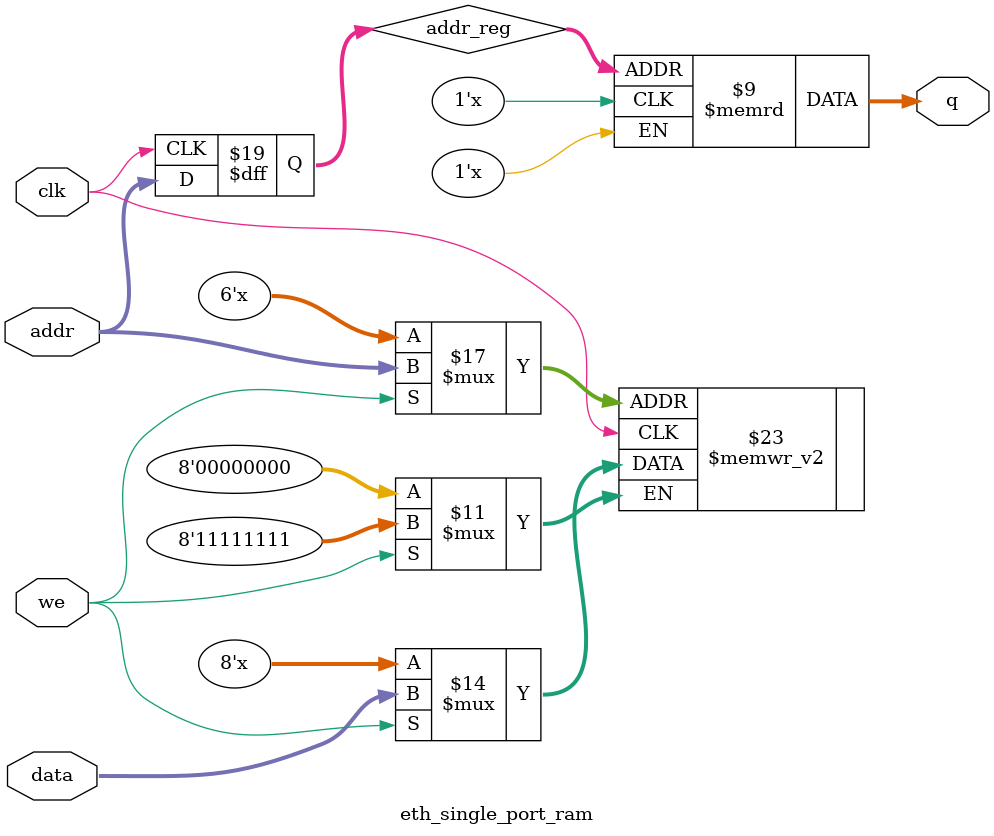
<source format=v>

/****************
*simple_dual_port_ram
*
*****************/

// synthesis translate_off
`timescale 1ns / 1ps
// synthesis translate_on



// Quartus II Verilog Template
// Simple Dual Port RAM with separate read/write addresses and
// single read/write clock

module eth_simple_dual_port_ram #(
	parameter Dw=8, 
	parameter Aw=6
)
(
	data,
	read_addr, 
	write_addr,
	we,
	clk,
	q
);

	input 	[Dw-1	:0] data;
	input 	[Aw-1	:0] read_addr;
	input 	[Aw-1	:0] write_addr;
	input we;
	input clk;
	output reg [Dw-1	:0] q;


	// Declare the RAM variable
	reg [Dw-1:0] ram [2**Aw-1:0];

	always @ (posedge clk)
	begin
		// Write
		if (we)
			ram[write_addr] <= data;

		// Read (if read_addr == write_addr, return OLD data).	To return
		// NEW data, use = (blocking write) rather than <= (non-blocking write)
		// in the write assignment.	 NOTE: NEW data may require extra bypass
		// logic around the RAM.
		q <= ram[read_addr];
	end

endmodule








/*****************************

        single_port_ram


*****************************/

// Quartus II Verilog Template
// Single port RAM with single read/write address 

module eth_single_port_ram #(
    parameter Dw=8,
    parameter Aw=6
)
(
    data,
    addr,
    we,
    clk,
    q
);

    input [(Dw-1):0] data;
    input [(Aw-1):0] addr;
    input we, clk;
    output [(Dw-1):0] q;

    // Declare the RAM variable
    reg [Dw-1:0] ram[2**Aw-1:0];

    // Variable to hold the registered read address
    reg [Aw-1:0] addr_reg;

    always @ (posedge clk)
    begin
        // Write
        if (we)
            ram[addr] <= data;
            addr_reg <= addr;
    end

    // Continuous assignment implies read returns NEW data.
    // This is the natural behavior of the TriMatrix memory
    // blocks in Single Port mode.  
    assign q = ram[addr_reg];

endmodule

</source>
